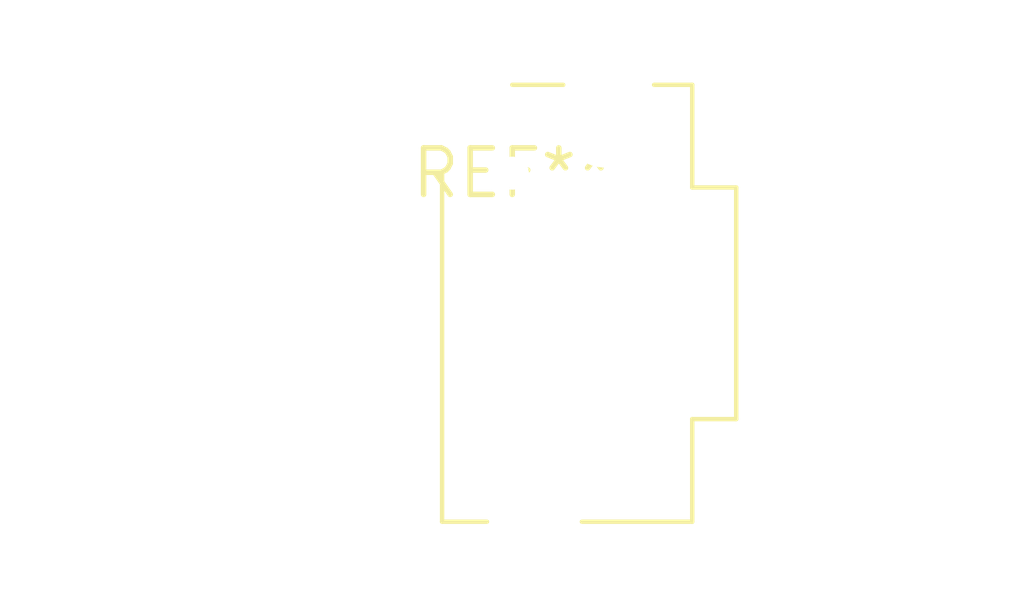
<source format=kicad_pcb>
(kicad_pcb (version 20240108) (generator pcbnew)
  (layers (0 "F.Cu" signal) (31 "B.Cu" signal) (34 "B.Paste" user) (35 "F.Paste" user) (36 "B.SilkS" user "B.Silkscreen") (37 "F.SilkS" user "F.Silkscreen") (38 "B.Mask" user) (39 "F.Mask" user) (44 "Edge.Cuts" user))
  (net 0 "")
  (footprint "RJ45_Plug_Metz_AJP92A8813" (layer "F.Cu") (at 0 0)
    (property "Reference" "REF**")
    (property "Value" "RJ45_Plug_Metz_AJP92A8813")
    (fp_line (start -1.915 9.51) (end -1.915 0) (layer "F.SilkS") (stroke (width 0.12)))
    (fp_line (start -1.915 9.51) (end -0.69 9.51) (layer "F.SilkS") (stroke (width 0.12)))
    (fp_line (start 1.39 -2.41) (end 0 -2.41) (layer "F.SilkS") (stroke (width 0.12)))
    (fp_line (start 4.91 -2.41) (end 3.87 -2.41) (layer "F.SilkS") (stroke (width 0.12)))
    (fp_line (start 4.91 -2.41) (end 4.91 0.39) (layer "F.SilkS") (stroke (width 0.12)))
    (fp_line (start 4.91 0.39) (end 6.11 0.39) (layer "F.SilkS") (stroke (width 0.12)))
    (fp_line (start 4.91 6.71) (end 4.91 9.51) (layer "F.SilkS") (stroke (width 0.12)))
    (fp_line (start 4.91 9.51) (end 1.9 9.51) (layer "F.SilkS") (stroke (width 0.12)))
    (fp_line (start 6.11 0.39) (end 6.11 6.710031) (layer "F.SilkS") (stroke (width 0.12)))
    (fp_line (start 6.11 6.71) (end 4.91 6.71) (layer "F.SilkS") (stroke (width 0.12)))
    (pad "" np_thru_hole circle (at 0.635 8.446 270) (size 2.36 2.36) (drill 2.36) (layers *.Cu *.Mask))
    (pad "" np_thru_hole circle (at 2.54 -1.334 270) (size 2.36 2.36) (drill 2.36) (layers *.Cu *.Mask))
    (pad "1" thru_hole rect (at 0 0 270) (size 1.5 1.5) (drill 0.9) (layers *.Cu *.Mask) (remove_unused_layers))
    (pad "2" thru_hole circle (at 2.54 1.016 270) (size 1.5 1.5) (drill 0.9) (layers *.Cu *.Mask) (remove_unused_layers))
    (pad "3" thru_hole circle (at 0 2.032 270) (size 1.5 1.5) (drill 0.9) (layers *.Cu *.Mask) (remove_unused_layers))
    (pad "4" thru_hole circle (at 2.54 3.048 270) (size 1.5 1.5) (drill 0.9) (layers *.Cu *.Mask) (remove_unused_layers))
    (pad "5" thru_hole circle (at 0 4.064 270) (size 1.5 1.5) (drill 0.9) (layers *.Cu *.Mask) (remove_unused_layers))
    (pad "6" thru_hole circle (at 2.54 5.08 270) (size 1.5 1.5) (drill 0.9) (layers *.Cu *.Mask) (remove_unused_layers))
    (pad "7" thru_hole circle (at 0 6.096 270) (size 1.5 1.5) (drill 0.9) (layers *.Cu *.Mask) (remove_unused_layers))
    (pad "8" thru_hole circle (at 2.54 7.112 270) (size 1.5 1.5) (drill 0.9) (layers *.Cu *.Mask) (remove_unused_layers))
  )
)
</source>
